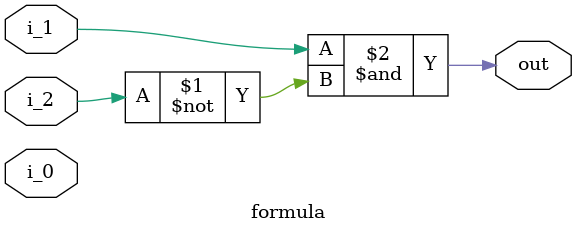
<source format=v>
module formula(i_0,i_1, i_2,out);
	input i_0 ,i_1, i_2;

	output out;
	assign out = i_1 & ~i_2;
endmodule

</source>
